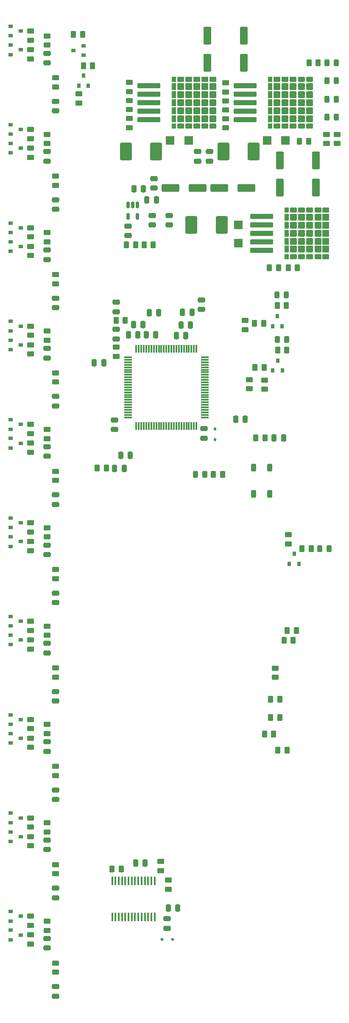
<source format=gbr>
%TF.GenerationSoftware,KiCad,Pcbnew,9.0.0*%
%TF.CreationDate,2025-03-21T01:21:14+03:00*%
%TF.ProjectId,MasterBoard,4d617374-6572-4426-9f61-72642e6b6963,rev?*%
%TF.SameCoordinates,Original*%
%TF.FileFunction,Paste,Top*%
%TF.FilePolarity,Positive*%
%FSLAX46Y46*%
G04 Gerber Fmt 4.6, Leading zero omitted, Abs format (unit mm)*
G04 Created by KiCad (PCBNEW 9.0.0) date 2025-03-21 01:21:14*
%MOMM*%
%LPD*%
G01*
G04 APERTURE LIST*
G04 Aperture macros list*
%AMRoundRect*
0 Rectangle with rounded corners*
0 $1 Rounding radius*
0 $2 $3 $4 $5 $6 $7 $8 $9 X,Y pos of 4 corners*
0 Add a 4 corners polygon primitive as box body*
4,1,4,$2,$3,$4,$5,$6,$7,$8,$9,$2,$3,0*
0 Add four circle primitives for the rounded corners*
1,1,$1+$1,$2,$3*
1,1,$1+$1,$4,$5*
1,1,$1+$1,$6,$7*
1,1,$1+$1,$8,$9*
0 Add four rect primitives between the rounded corners*
20,1,$1+$1,$2,$3,$4,$5,0*
20,1,$1+$1,$4,$5,$6,$7,0*
20,1,$1+$1,$6,$7,$8,$9,0*
20,1,$1+$1,$8,$9,$2,$3,0*%
G04 Aperture macros list end*
%ADD10RoundRect,0.250000X-0.262500X-0.450000X0.262500X-0.450000X0.262500X0.450000X-0.262500X0.450000X0*%
%ADD11RoundRect,0.250000X-0.550000X1.500000X-0.550000X-1.500000X0.550000X-1.500000X0.550000X1.500000X0*%
%ADD12RoundRect,0.250000X0.450000X-0.262500X0.450000X0.262500X-0.450000X0.262500X-0.450000X-0.262500X0*%
%ADD13RoundRect,0.225000X0.225000X-0.325000X0.225000X0.325000X-0.225000X0.325000X-0.225000X-0.325000X0*%
%ADD14RoundRect,0.225000X0.225000X-0.475000X0.225000X0.475000X-0.225000X0.475000X-0.225000X-0.475000X0*%
%ADD15RoundRect,0.250000X-0.450000X-0.300000X0.450000X-0.300000X0.450000X0.300000X-0.450000X0.300000X0*%
%ADD16RoundRect,0.250000X-0.450000X-0.450000X0.450000X-0.450000X0.450000X0.450000X-0.450000X0.450000X0*%
%ADD17RoundRect,0.250000X-2.050000X-0.300000X2.050000X-0.300000X2.050000X0.300000X-2.050000X0.300000X0*%
%ADD18R,1.800000X1.700000*%
%ADD19RoundRect,0.250000X0.250000X0.475000X-0.250000X0.475000X-0.250000X-0.475000X0.250000X-0.475000X0*%
%ADD20R,0.900000X0.800000*%
%ADD21R,0.800000X0.900000*%
%ADD22RoundRect,0.250000X0.262500X0.450000X-0.262500X0.450000X-0.262500X-0.450000X0.262500X-0.450000X0*%
%ADD23RoundRect,0.250000X-0.250000X-0.475000X0.250000X-0.475000X0.250000X0.475000X-0.250000X0.475000X0*%
%ADD24RoundRect,0.243750X0.243750X0.456250X-0.243750X0.456250X-0.243750X-0.456250X0.243750X-0.456250X0*%
%ADD25RoundRect,0.250000X-0.475000X0.250000X-0.475000X-0.250000X0.475000X-0.250000X0.475000X0.250000X0*%
%ADD26RoundRect,0.112500X0.187500X0.112500X-0.187500X0.112500X-0.187500X-0.112500X0.187500X-0.112500X0*%
%ADD27RoundRect,0.250000X-0.450000X0.262500X-0.450000X-0.262500X0.450000X-0.262500X0.450000X0.262500X0*%
%ADD28R,1.700000X1.800000*%
%ADD29RoundRect,0.075000X-0.075000X0.725000X-0.075000X-0.725000X0.075000X-0.725000X0.075000X0.725000X0*%
%ADD30RoundRect,0.075000X-0.725000X0.075000X-0.725000X-0.075000X0.725000X-0.075000X0.725000X0.075000X0*%
%ADD31RoundRect,0.250000X0.925000X1.500000X-0.925000X1.500000X-0.925000X-1.500000X0.925000X-1.500000X0*%
%ADD32RoundRect,0.250000X0.475000X-0.250000X0.475000X0.250000X-0.475000X0.250000X-0.475000X-0.250000X0*%
%ADD33RoundRect,0.250000X-0.250000X0.525000X-0.250000X-0.525000X0.250000X-0.525000X0.250000X0.525000X0*%
%ADD34RoundRect,0.112500X-0.112500X0.187500X-0.112500X-0.187500X0.112500X-0.187500X0.112500X0.187500X0*%
%ADD35RoundRect,0.250000X-1.500000X-0.550000X1.500000X-0.550000X1.500000X0.550000X-1.500000X0.550000X0*%
%ADD36RoundRect,0.250000X1.500000X0.550000X-1.500000X0.550000X-1.500000X-0.550000X1.500000X-0.550000X0*%
%ADD37RoundRect,0.243750X-0.243750X-0.456250X0.243750X-0.456250X0.243750X0.456250X-0.243750X0.456250X0*%
%ADD38RoundRect,0.150000X-0.150000X0.512500X-0.150000X-0.512500X0.150000X-0.512500X0.150000X0.512500X0*%
%ADD39R,0.450000X1.750000*%
G04 APERTURE END LIST*
D10*
%TO.C,R11*%
X165450500Y-67556398D03*
X167275500Y-67556398D03*
%TD*%
D11*
%TO.C,C5*%
X161513000Y-71356398D03*
X161513000Y-76756398D03*
%TD*%
D12*
%TO.C,R107*%
X115058000Y-126871120D03*
X115058000Y-125046120D03*
%TD*%
D13*
%TO.C,U2*%
X140363000Y-55206398D03*
D14*
X140363000Y-56656398D03*
X140363000Y-58256398D03*
X140363000Y-59856398D03*
X140363000Y-61456398D03*
X140363000Y-63056398D03*
D13*
X140363000Y-64506398D03*
D15*
X141713000Y-55206398D03*
D16*
X141713000Y-56656398D03*
X141713000Y-58256398D03*
X141713000Y-59856398D03*
X141713000Y-61456398D03*
X141713000Y-63056398D03*
D15*
X141713000Y-64506398D03*
X143313000Y-55206398D03*
D16*
X143313000Y-56656398D03*
X143313000Y-58256398D03*
X143313000Y-59856398D03*
X143313000Y-61456398D03*
X143313000Y-63056398D03*
D15*
X143313000Y-64506398D03*
X144913000Y-55206398D03*
D16*
X144913000Y-56656398D03*
X144913000Y-58256398D03*
X144913000Y-59856398D03*
X144913000Y-61456398D03*
X144913000Y-63056398D03*
D15*
X144913000Y-64506398D03*
X146563000Y-55206398D03*
D16*
X146563000Y-56656398D03*
X146563000Y-58256398D03*
X146563000Y-59856398D03*
X146563000Y-61456398D03*
X146563000Y-63056398D03*
D15*
X146563000Y-64506398D03*
X148163000Y-55206398D03*
D16*
X148163000Y-56656398D03*
X148163000Y-58256398D03*
X148163000Y-59856398D03*
X148163000Y-61456398D03*
X148163000Y-63056398D03*
D15*
X148163000Y-64506398D03*
D17*
X135338000Y-56456398D03*
X135338000Y-58156398D03*
X135338000Y-59856398D03*
X135338000Y-61556398D03*
X135338000Y-63256398D03*
%TD*%
D18*
%TO.C,D2*%
X158973000Y-67406398D03*
X162653000Y-67406398D03*
%TD*%
D19*
%TO.C,C35*%
X130433000Y-132796398D03*
X128533000Y-132796398D03*
%TD*%
D20*
%TO.C,Q41*%
X107758000Y-67981954D03*
X107758000Y-69881954D03*
X109758000Y-68931954D03*
%TD*%
D21*
%TO.C,Q1*%
X121363000Y-56456398D03*
X123263000Y-56456398D03*
X122313000Y-54456398D03*
%TD*%
D20*
%TO.C,Q37*%
X107758000Y-87607509D03*
X107758000Y-89507509D03*
X109758000Y-88557509D03*
%TD*%
D22*
%TO.C,R21*%
X161493000Y-182536398D03*
X159668000Y-182536398D03*
%TD*%
D13*
%TO.C,U1*%
X159613000Y-55206398D03*
D14*
X159613000Y-56656398D03*
X159613000Y-58256398D03*
X159613000Y-59856398D03*
X159613000Y-61456398D03*
X159613000Y-63056398D03*
D13*
X159613000Y-64506398D03*
D15*
X160963000Y-55206398D03*
D16*
X160963000Y-56656398D03*
X160963000Y-58256398D03*
X160963000Y-59856398D03*
X160963000Y-61456398D03*
X160963000Y-63056398D03*
D15*
X160963000Y-64506398D03*
X162563000Y-55206398D03*
D16*
X162563000Y-56656398D03*
X162563000Y-58256398D03*
X162563000Y-59856398D03*
X162563000Y-61456398D03*
X162563000Y-63056398D03*
D15*
X162563000Y-64506398D03*
X164163000Y-55206398D03*
D16*
X164163000Y-56656398D03*
X164163000Y-58256398D03*
X164163000Y-59856398D03*
X164163000Y-61456398D03*
X164163000Y-63056398D03*
D15*
X164163000Y-64506398D03*
X165813000Y-55206398D03*
D16*
X165813000Y-56656398D03*
X165813000Y-58256398D03*
X165813000Y-59856398D03*
X165813000Y-61456398D03*
X165813000Y-63056398D03*
D15*
X165813000Y-64506398D03*
X167413000Y-55206398D03*
D16*
X167413000Y-56656398D03*
X167413000Y-58256398D03*
X167413000Y-59856398D03*
X167413000Y-61456398D03*
X167413000Y-63056398D03*
D15*
X167413000Y-64506398D03*
D17*
X154588000Y-56456398D03*
X154588000Y-58156398D03*
X154588000Y-59856398D03*
X154588000Y-61556398D03*
X154588000Y-63256398D03*
%TD*%
D23*
%TO.C,C26*%
X141763000Y-104206398D03*
X143663000Y-104206398D03*
%TD*%
D12*
%TO.C,R48*%
X116758000Y-233348898D03*
X116758000Y-231523898D03*
%TD*%
D24*
%TO.C,LD4*%
X172800500Y-51906398D03*
X170925500Y-51906398D03*
%TD*%
D25*
%TO.C,C53*%
X116758000Y-79231954D03*
X116758000Y-81131954D03*
%TD*%
D26*
%TO.C,D5*%
X140113000Y-226806398D03*
X138013000Y-226806398D03*
%TD*%
D22*
%TO.C,R40*%
X126885500Y-132746398D03*
X125060500Y-132746398D03*
%TD*%
%TO.C,R36*%
X136225500Y-88196398D03*
X134400500Y-88196398D03*
%TD*%
D10*
%TO.C,R32*%
X128000500Y-212756398D03*
X129825500Y-212756398D03*
%TD*%
D12*
%TO.C,R143*%
X115058000Y-67994454D03*
X115058000Y-66169454D03*
%TD*%
D11*
%TO.C,C4*%
X168763000Y-71356398D03*
X168763000Y-76756398D03*
%TD*%
D20*
%TO.C,Q9*%
X107758000Y-224986398D03*
X107758000Y-226886398D03*
X109758000Y-225936398D03*
%TD*%
D25*
%TO.C,C33*%
X128850500Y-99656398D03*
X128850500Y-101556398D03*
%TD*%
D22*
%TO.C,R3*%
X161275500Y-92756398D03*
X159450500Y-92756398D03*
%TD*%
D27*
%TO.C,R81*%
X111758000Y-182947787D03*
X111758000Y-184772787D03*
%TD*%
D25*
%TO.C,C44*%
X115058000Y-148134176D03*
X115058000Y-150034176D03*
%TD*%
D27*
%TO.C,R118*%
X111758000Y-127796120D03*
X111758000Y-129621120D03*
%TD*%
D21*
%TO.C,Q3*%
X160058500Y-104456398D03*
X161958500Y-104456398D03*
X161008500Y-102456398D03*
%TD*%
D11*
%TO.C,C1*%
X154363000Y-46456398D03*
X154363000Y-51856398D03*
%TD*%
D20*
%TO.C,Q2*%
X122313000Y-50406398D03*
X122313000Y-48506398D03*
X120313000Y-49456398D03*
%TD*%
D12*
%TO.C,R96*%
X116758000Y-154846676D03*
X116758000Y-153021676D03*
%TD*%
D18*
%TO.C,D3*%
X139623000Y-67406398D03*
X143303000Y-67406398D03*
%TD*%
D28*
%TO.C,D4*%
X153213000Y-84206398D03*
X153213000Y-87886398D03*
%TD*%
D24*
%TO.C,LD1*%
X172800500Y-62706398D03*
X170925500Y-62706398D03*
%TD*%
D29*
%TO.C,U5*%
X144863000Y-108981398D03*
X144363000Y-108981398D03*
X143862999Y-108981398D03*
X143363000Y-108981398D03*
X142863001Y-108981398D03*
X142363000Y-108981398D03*
X141863000Y-108981398D03*
X141362999Y-108981398D03*
X140863000Y-108981398D03*
X140363000Y-108981398D03*
X139863000Y-108981398D03*
X139363000Y-108981398D03*
X138863000Y-108981397D03*
X138363000Y-108981398D03*
X137863000Y-108981398D03*
X137363000Y-108981398D03*
X136863000Y-108981398D03*
X136363001Y-108981398D03*
X135863000Y-108981398D03*
X135363000Y-108981398D03*
X134862999Y-108981398D03*
X134363000Y-108981398D03*
X133863001Y-108981398D03*
X133363000Y-108981398D03*
X132863000Y-108981398D03*
D30*
X131188000Y-110656398D03*
X131188000Y-111156398D03*
X131188000Y-111656399D03*
X131188000Y-112156398D03*
X131188000Y-112656397D03*
X131188000Y-113156398D03*
X131188000Y-113656398D03*
X131188000Y-114156399D03*
X131188000Y-114656398D03*
X131188000Y-115156398D03*
X131188000Y-115656398D03*
X131188000Y-116156398D03*
X131187999Y-116656398D03*
X131188000Y-117156398D03*
X131188000Y-117656398D03*
X131188000Y-118156398D03*
X131188000Y-118656398D03*
X131188000Y-119156397D03*
X131188000Y-119656398D03*
X131188000Y-120156398D03*
X131188000Y-120656399D03*
X131188000Y-121156398D03*
X131188000Y-121656397D03*
X131188000Y-122156398D03*
X131188000Y-122656398D03*
D29*
X132863000Y-124331398D03*
X133363000Y-124331398D03*
X133863001Y-124331398D03*
X134363000Y-124331398D03*
X134862999Y-124331398D03*
X135363000Y-124331398D03*
X135863000Y-124331398D03*
X136363001Y-124331398D03*
X136863000Y-124331398D03*
X137363000Y-124331398D03*
X137863000Y-124331398D03*
X138363000Y-124331398D03*
X138863000Y-124331399D03*
X139363000Y-124331398D03*
X139863000Y-124331398D03*
X140363000Y-124331398D03*
X140863000Y-124331398D03*
X141362999Y-124331398D03*
X141863000Y-124331398D03*
X142363000Y-124331398D03*
X142863001Y-124331398D03*
X143363000Y-124331398D03*
X143862999Y-124331398D03*
X144363000Y-124331398D03*
X144863000Y-124331398D03*
D30*
X146538000Y-122656398D03*
X146538000Y-122156398D03*
X146538000Y-121656397D03*
X146538000Y-121156398D03*
X146538000Y-120656399D03*
X146538000Y-120156398D03*
X146538000Y-119656398D03*
X146538000Y-119156397D03*
X146538000Y-118656398D03*
X146538000Y-118156398D03*
X146538000Y-117656398D03*
X146538000Y-117156398D03*
X146538001Y-116656398D03*
X146538000Y-116156398D03*
X146538000Y-115656398D03*
X146538000Y-115156398D03*
X146538000Y-114656398D03*
X146538000Y-114156399D03*
X146538000Y-113656398D03*
X146538000Y-113156398D03*
X146538000Y-112656397D03*
X146538000Y-112156398D03*
X146538000Y-111656399D03*
X146538000Y-111156398D03*
X146538000Y-110656398D03*
%TD*%
D12*
%TO.C,R8*%
X131463000Y-57618898D03*
X131463000Y-55793898D03*
%TD*%
%TO.C,R28*%
X137763000Y-213068898D03*
X137763000Y-211243898D03*
%TD*%
%TO.C,R72*%
X116758000Y-194097787D03*
X116758000Y-192272787D03*
%TD*%
D10*
%TO.C,R45*%
X156550500Y-112656398D03*
X158375500Y-112656398D03*
%TD*%
D19*
%TO.C,C22*%
X137313000Y-101756398D03*
X135413000Y-101756398D03*
%TD*%
D12*
%TO.C,R119*%
X115058000Y-107245565D03*
X115058000Y-105420565D03*
%TD*%
D27*
%TO.C,R70*%
X111758000Y-206298342D03*
X111758000Y-208123342D03*
%TD*%
D25*
%TO.C,C16*%
X128483000Y-123156398D03*
X128483000Y-125056398D03*
%TD*%
D20*
%TO.C,Q44*%
X107758000Y-44618898D03*
X107758000Y-46518898D03*
X109758000Y-45568898D03*
%TD*%
D25*
%TO.C,C39*%
X116758000Y-216610842D03*
X116758000Y-218510842D03*
%TD*%
D20*
%TO.C,Q16*%
X107758000Y-181997787D03*
X107758000Y-183897787D03*
X109758000Y-182947787D03*
%TD*%
D27*
%TO.C,R141*%
X111758000Y-84820009D03*
X111758000Y-86645009D03*
%TD*%
D12*
%TO.C,R4*%
X150713000Y-61318898D03*
X150713000Y-59493898D03*
%TD*%
D20*
%TO.C,Q21*%
X107758000Y-166109731D03*
X107758000Y-168009731D03*
X109758000Y-167059731D03*
%TD*%
D12*
%TO.C,R83*%
X115058000Y-166122231D03*
X115058000Y-164297231D03*
%TD*%
D20*
%TO.C,Q13*%
X107758000Y-205360842D03*
X107758000Y-207260842D03*
X109758000Y-206310842D03*
%TD*%
D21*
%TO.C,Q4*%
X163433000Y-151856398D03*
X165333000Y-151856398D03*
X164383000Y-149856398D03*
%TD*%
D12*
%TO.C,R95*%
X115058000Y-146496676D03*
X115058000Y-144671676D03*
%TD*%
%TO.C,R29*%
X139263000Y-216818898D03*
X139263000Y-214993898D03*
%TD*%
D20*
%TO.C,Q45*%
X107758000Y-48356398D03*
X107758000Y-50256398D03*
X109758000Y-49306398D03*
%TD*%
D25*
%TO.C,C46*%
X115058000Y-128508620D03*
X115058000Y-130408620D03*
%TD*%
D20*
%TO.C,Q28*%
X107758000Y-123121120D03*
X107758000Y-125021120D03*
X109758000Y-124071120D03*
%TD*%
D12*
%TO.C,R5*%
X131463000Y-61218898D03*
X131463000Y-59393898D03*
%TD*%
D20*
%TO.C,Q36*%
X107758000Y-83870009D03*
X107758000Y-85770009D03*
X109758000Y-84820009D03*
%TD*%
D24*
%TO.C,LD10*%
X162913000Y-107106398D03*
X161038000Y-107106398D03*
%TD*%
D27*
%TO.C,R57*%
X111758000Y-222198898D03*
X111758000Y-224023898D03*
%TD*%
D12*
%TO.C,R23*%
X160613000Y-174506398D03*
X160613000Y-172681398D03*
%TD*%
D22*
%TO.C,R44*%
X167783000Y-148836398D03*
X165958000Y-148836398D03*
%TD*%
D24*
%TO.C,LD2*%
X172800500Y-59156398D03*
X170925500Y-59156398D03*
%TD*%
D27*
%TO.C,R93*%
X111758000Y-163322231D03*
X111758000Y-165147231D03*
%TD*%
D25*
%TO.C,C43*%
X116758000Y-177359731D03*
X116758000Y-179259731D03*
%TD*%
D12*
%TO.C,R120*%
X116758000Y-115595565D03*
X116758000Y-113770565D03*
%TD*%
%TO.C,R132*%
X116758000Y-95970009D03*
X116758000Y-94145009D03*
%TD*%
D22*
%TO.C,R17*%
X164165500Y-167146398D03*
X162340500Y-167146398D03*
%TD*%
D25*
%TO.C,C52*%
X115058000Y-69631954D03*
X115058000Y-71531954D03*
%TD*%
D27*
%TO.C,R43*%
X163223000Y-146063898D03*
X163223000Y-147888898D03*
%TD*%
D12*
%TO.C,R108*%
X116758000Y-135221120D03*
X116758000Y-133396120D03*
%TD*%
D22*
%TO.C,R20*%
X160293000Y-185846398D03*
X158468000Y-185846398D03*
%TD*%
D20*
%TO.C,Q8*%
X107758000Y-221248898D03*
X107758000Y-223148898D03*
X109758000Y-222198898D03*
%TD*%
D22*
%TO.C,R13*%
X158525500Y-126706398D03*
X156700500Y-126706398D03*
%TD*%
D10*
%TO.C,R34*%
X128838000Y-103306398D03*
X130663000Y-103306398D03*
%TD*%
D23*
%TO.C,C27*%
X134862999Y-106156398D03*
X136762999Y-106156398D03*
%TD*%
D31*
%TO.C,L3*%
X149888000Y-84206398D03*
X143838000Y-84206398D03*
%TD*%
D32*
%TO.C,C8*%
X145113000Y-71506398D03*
X145113000Y-69606398D03*
%TD*%
D27*
%TO.C,R38*%
X128863000Y-108643898D03*
X128863000Y-110468898D03*
%TD*%
%TO.C,R166*%
X111758000Y-49293898D03*
X111758000Y-51118898D03*
%TD*%
D19*
%TO.C,C28*%
X133163000Y-106156398D03*
X131263000Y-106156398D03*
%TD*%
D27*
%TO.C,R106*%
X111758000Y-147421676D03*
X111758000Y-149246676D03*
%TD*%
D12*
%TO.C,R71*%
X115058000Y-185747787D03*
X115058000Y-183922787D03*
%TD*%
D24*
%TO.C,LD8*%
X162833500Y-98206398D03*
X160958500Y-98206398D03*
%TD*%
D20*
%TO.C,Q29*%
X107758000Y-126858620D03*
X107758000Y-128758620D03*
X109758000Y-127808620D03*
%TD*%
D12*
%TO.C,R10*%
X170813000Y-68018898D03*
X170813000Y-66193898D03*
%TD*%
D32*
%TO.C,C12*%
X131175500Y-86356398D03*
X131175500Y-84456398D03*
%TD*%
D10*
%TO.C,R26*%
X122313000Y-52506398D03*
X124138000Y-52506398D03*
%TD*%
D25*
%TO.C,C7*%
X136363000Y-75006398D03*
X136363000Y-76906398D03*
%TD*%
%TO.C,C41*%
X116758000Y-196985287D03*
X116758000Y-198885287D03*
%TD*%
%TO.C,C47*%
X116758000Y-138108620D03*
X116758000Y-140008620D03*
%TD*%
%TO.C,C14*%
X136063000Y-82356398D03*
X136063000Y-84256398D03*
%TD*%
D27*
%TO.C,R154*%
X111758000Y-68919454D03*
X111758000Y-70744454D03*
%TD*%
D12*
%TO.C,R16*%
X154608500Y-105131398D03*
X154608500Y-103306398D03*
%TD*%
%TO.C,R156*%
X116758000Y-56718898D03*
X116758000Y-54893898D03*
%TD*%
D20*
%TO.C,Q25*%
X107758000Y-146484176D03*
X107758000Y-148384176D03*
X109758000Y-147434176D03*
%TD*%
D22*
%TO.C,R18*%
X164828000Y-165146398D03*
X163003000Y-165146398D03*
%TD*%
D10*
%TO.C,R27*%
X120313000Y-46256398D03*
X122138000Y-46256398D03*
%TD*%
D31*
%TO.C,L1*%
X156288000Y-69606398D03*
X150238000Y-69606398D03*
%TD*%
D20*
%TO.C,Q12*%
X107758000Y-201623342D03*
X107758000Y-203523342D03*
X109758000Y-202573342D03*
%TD*%
%TO.C,Q40*%
X107758000Y-64244454D03*
X107758000Y-66144454D03*
X109758000Y-65194454D03*
%TD*%
D27*
%TO.C,R130*%
X111758000Y-108170565D03*
X111758000Y-109995565D03*
%TD*%
D13*
%TO.C,U3*%
X162913000Y-81256398D03*
D14*
X162913000Y-82706398D03*
X162913000Y-84306398D03*
X162913000Y-85906398D03*
X162913000Y-87506398D03*
X162913000Y-89106398D03*
D13*
X162913000Y-90556398D03*
D15*
X164263000Y-81256398D03*
D16*
X164263000Y-82706398D03*
X164263000Y-84306398D03*
X164263000Y-85906398D03*
X164263000Y-87506398D03*
X164263000Y-89106398D03*
D15*
X164263000Y-90556398D03*
X165863000Y-81256398D03*
D16*
X165863000Y-82706398D03*
X165863000Y-84306398D03*
X165863000Y-85906398D03*
X165863000Y-87506398D03*
X165863000Y-89106398D03*
D15*
X165863000Y-90556398D03*
X167463000Y-81256398D03*
D16*
X167463000Y-82706398D03*
X167463000Y-84306398D03*
X167463000Y-85906398D03*
X167463000Y-87506398D03*
X167463000Y-89106398D03*
D15*
X167463000Y-90556398D03*
X169113000Y-81256398D03*
D16*
X169113000Y-82706398D03*
X169113000Y-84306398D03*
X169113000Y-85906398D03*
X169113000Y-87506398D03*
X169113000Y-89106398D03*
D15*
X169113000Y-90556398D03*
X170713000Y-81256398D03*
D16*
X170713000Y-82706398D03*
X170713000Y-84306398D03*
X170713000Y-85906398D03*
X170713000Y-87506398D03*
X170713000Y-89106398D03*
D15*
X170713000Y-90556398D03*
D17*
X157888000Y-82506398D03*
X157888000Y-84206398D03*
X157888000Y-85906398D03*
X157888000Y-87606398D03*
X157888000Y-89306398D03*
%TD*%
D33*
%TO.C,SW1*%
X159463000Y-132631398D03*
X159463000Y-137881398D03*
X156263000Y-132631398D03*
X156263000Y-137881398D03*
%TD*%
D10*
%TO.C,R24*%
X148263000Y-133986398D03*
X150088000Y-133986398D03*
%TD*%
D23*
%TO.C,C20*%
X140863000Y-106356398D03*
X142763000Y-106356398D03*
%TD*%
D34*
%TO.C,D1*%
X148563000Y-124956398D03*
X148563000Y-127056398D03*
%TD*%
D27*
%TO.C,R94*%
X111758000Y-167047231D03*
X111758000Y-168872231D03*
%TD*%
D25*
%TO.C,C40*%
X115058000Y-187385287D03*
X115058000Y-189285287D03*
%TD*%
D12*
%TO.C,R84*%
X116758000Y-174472231D03*
X116758000Y-172647231D03*
%TD*%
D25*
%TO.C,C19*%
X146413000Y-124906398D03*
X146413000Y-126806398D03*
%TD*%
D19*
%TO.C,C21*%
X143963000Y-101706398D03*
X142063000Y-101706398D03*
%TD*%
D25*
%TO.C,C37*%
X116758000Y-236236398D03*
X116758000Y-238136398D03*
%TD*%
D19*
%TO.C,C24*%
X134213000Y-104106398D03*
X132313000Y-104106398D03*
%TD*%
D27*
%TO.C,R58*%
X111758000Y-225923898D03*
X111758000Y-227748898D03*
%TD*%
D25*
%TO.C,C45*%
X116758000Y-157734176D03*
X116758000Y-159634176D03*
%TD*%
%TO.C,C13*%
X139413000Y-82356398D03*
X139413000Y-84256398D03*
%TD*%
D23*
%TO.C,C10*%
X132363000Y-77056398D03*
X134263000Y-77056398D03*
%TD*%
D20*
%TO.C,Q20*%
X107758000Y-162372231D03*
X107758000Y-164272231D03*
X109758000Y-163322231D03*
%TD*%
D27*
%TO.C,R2*%
X131463000Y-62993898D03*
X131463000Y-64818898D03*
%TD*%
D25*
%TO.C,C49*%
X116758000Y-118483065D03*
X116758000Y-120383065D03*
%TD*%
D10*
%TO.C,R41*%
X156483500Y-103856398D03*
X158308500Y-103856398D03*
%TD*%
D25*
%TO.C,C48*%
X115058000Y-108883065D03*
X115058000Y-110783065D03*
%TD*%
D11*
%TO.C,C2*%
X147063000Y-46456398D03*
X147063000Y-51856398D03*
%TD*%
D23*
%TO.C,C15*%
X160363000Y-126756398D03*
X162263000Y-126756398D03*
%TD*%
D35*
%TO.C,C6*%
X139713000Y-76906398D03*
X145113000Y-76906398D03*
%TD*%
D27*
%TO.C,R165*%
X111758000Y-45568898D03*
X111758000Y-47393898D03*
%TD*%
%TO.C,R82*%
X111758000Y-186672787D03*
X111758000Y-188497787D03*
%TD*%
D23*
%TO.C,C18*%
X129763000Y-130216398D03*
X131663000Y-130216398D03*
%TD*%
D22*
%TO.C,R19*%
X162953000Y-189096398D03*
X161128000Y-189096398D03*
%TD*%
D27*
%TO.C,R14*%
X158513000Y-115193898D03*
X158513000Y-117018898D03*
%TD*%
D36*
%TO.C,C3*%
X154863000Y-76906398D03*
X149463000Y-76906398D03*
%TD*%
D12*
%TO.C,R131*%
X115058000Y-87620009D03*
X115058000Y-85795009D03*
%TD*%
D20*
%TO.C,Q33*%
X107758000Y-107233065D03*
X107758000Y-109133065D03*
X109758000Y-108183065D03*
%TD*%
D27*
%TO.C,R117*%
X111758000Y-124071120D03*
X111758000Y-125896120D03*
%TD*%
D37*
%TO.C,LD9*%
X169458000Y-148836398D03*
X171333000Y-148836398D03*
%TD*%
D25*
%TO.C,C51*%
X116758000Y-98857509D03*
X116758000Y-100757509D03*
%TD*%
D12*
%TO.C,R9*%
X172963000Y-68018898D03*
X172963000Y-66193898D03*
%TD*%
D22*
%TO.C,R42*%
X162833500Y-100356398D03*
X161008500Y-100356398D03*
%TD*%
D12*
%TO.C,R47*%
X115058000Y-224998898D03*
X115058000Y-223173898D03*
%TD*%
D31*
%TO.C,L2*%
X136838000Y-69556398D03*
X130788000Y-69556398D03*
%TD*%
D38*
%TO.C,U4*%
X133075500Y-80268898D03*
X132125500Y-80268898D03*
X131175500Y-80268898D03*
X131175500Y-82543898D03*
X133075500Y-82543898D03*
%TD*%
D27*
%TO.C,R69*%
X111758000Y-202573342D03*
X111758000Y-204398342D03*
%TD*%
D25*
%TO.C,C30*%
X139013000Y-222706398D03*
X139013000Y-224606398D03*
%TD*%
D32*
%TO.C,C25*%
X145863000Y-101106398D03*
X145863000Y-99206398D03*
%TD*%
D25*
%TO.C,C50*%
X115058000Y-89257509D03*
X115058000Y-91157509D03*
%TD*%
D27*
%TO.C,R105*%
X111758000Y-143696676D03*
X111758000Y-145521676D03*
%TD*%
D10*
%TO.C,R12*%
X167350500Y-51906398D03*
X169175500Y-51906398D03*
%TD*%
D20*
%TO.C,Q32*%
X107758000Y-103495565D03*
X107758000Y-105395565D03*
X109758000Y-104445565D03*
%TD*%
D22*
%TO.C,R46*%
X162888000Y-109256398D03*
X161063000Y-109256398D03*
%TD*%
D23*
%TO.C,C29*%
X132713000Y-211556398D03*
X134613000Y-211556398D03*
%TD*%
D25*
%TO.C,C36*%
X115058000Y-226636398D03*
X115058000Y-228536398D03*
%TD*%
%TO.C,C54*%
X115058000Y-50006398D03*
X115058000Y-51906398D03*
%TD*%
D37*
%TO.C,LD5*%
X144638000Y-133986398D03*
X146513000Y-133986398D03*
%TD*%
D27*
%TO.C,R142*%
X111758000Y-88545009D03*
X111758000Y-90370009D03*
%TD*%
%TO.C,R25*%
X121363000Y-58093898D03*
X121363000Y-59918898D03*
%TD*%
D25*
%TO.C,C42*%
X115058000Y-167759731D03*
X115058000Y-169659731D03*
%TD*%
%TO.C,C55*%
X116758000Y-59606398D03*
X116758000Y-61506398D03*
%TD*%
D24*
%TO.C,LD3*%
X172800500Y-55456398D03*
X170925500Y-55456398D03*
%TD*%
D25*
%TO.C,C34*%
X128863000Y-105106398D03*
X128863000Y-107006398D03*
%TD*%
D20*
%TO.C,Q24*%
X107758000Y-142746676D03*
X107758000Y-144646676D03*
X109758000Y-143696676D03*
%TD*%
D27*
%TO.C,R15*%
X155463000Y-115131398D03*
X155463000Y-116956398D03*
%TD*%
D19*
%TO.C,C23*%
X126363000Y-111756398D03*
X124463000Y-111756398D03*
%TD*%
D25*
%TO.C,C38*%
X115058000Y-207010842D03*
X115058000Y-208910842D03*
%TD*%
D23*
%TO.C,C17*%
X152683000Y-123056398D03*
X154583000Y-123056398D03*
%TD*%
D27*
%TO.C,R1*%
X150713000Y-63043898D03*
X150713000Y-64868898D03*
%TD*%
D32*
%TO.C,C9*%
X147463000Y-71506398D03*
X147463000Y-69606398D03*
%TD*%
D23*
%TO.C,C32*%
X139263000Y-220556398D03*
X141163000Y-220556398D03*
%TD*%
D27*
%TO.C,R153*%
X111758000Y-65194454D03*
X111758000Y-67019454D03*
%TD*%
D39*
%TO.C,U6*%
X136513000Y-215156398D03*
X135863000Y-215156398D03*
X135213000Y-215156398D03*
X134563000Y-215156398D03*
X133913000Y-215156398D03*
X133263000Y-215156398D03*
X132613000Y-215156398D03*
X131963000Y-215156398D03*
X131313000Y-215156398D03*
X130663000Y-215156398D03*
X130013000Y-215156398D03*
X129363000Y-215156398D03*
X128713000Y-215156398D03*
X128063000Y-215156398D03*
X128063000Y-222356398D03*
X128713000Y-222356398D03*
X129363000Y-222356398D03*
X130013000Y-222356398D03*
X130663000Y-222356398D03*
X131313000Y-222356398D03*
X131963000Y-222356398D03*
X132613000Y-222356398D03*
X133263000Y-222356398D03*
X133913000Y-222356398D03*
X134563000Y-222356398D03*
X135213000Y-222356398D03*
X135863000Y-222356398D03*
X136513000Y-222356398D03*
%TD*%
D12*
%TO.C,R144*%
X116758000Y-76344454D03*
X116758000Y-74519454D03*
%TD*%
D22*
%TO.C,R35*%
X132728000Y-88196398D03*
X130903000Y-88196398D03*
%TD*%
D27*
%TO.C,R129*%
X111758000Y-104445565D03*
X111758000Y-106270565D03*
%TD*%
D10*
%TO.C,R6*%
X163200500Y-92756398D03*
X165025500Y-92756398D03*
%TD*%
D19*
%TO.C,C11*%
X136863000Y-79206398D03*
X134963000Y-79206398D03*
%TD*%
D22*
%TO.C,R22*%
X161508000Y-178896398D03*
X159683000Y-178896398D03*
%TD*%
D20*
%TO.C,Q17*%
X107758000Y-185735287D03*
X107758000Y-187635287D03*
X109758000Y-186685287D03*
%TD*%
D21*
%TO.C,Q5*%
X160113000Y-113306398D03*
X162013000Y-113306398D03*
X161063000Y-111306398D03*
%TD*%
D12*
%TO.C,R59*%
X115058000Y-205373342D03*
X115058000Y-203548342D03*
%TD*%
%TO.C,R7*%
X150713000Y-57718898D03*
X150713000Y-55893898D03*
%TD*%
%TO.C,R60*%
X116758000Y-213723342D03*
X116758000Y-211898342D03*
%TD*%
%TO.C,R155*%
X115058000Y-48368898D03*
X115058000Y-46543898D03*
%TD*%
M02*

</source>
